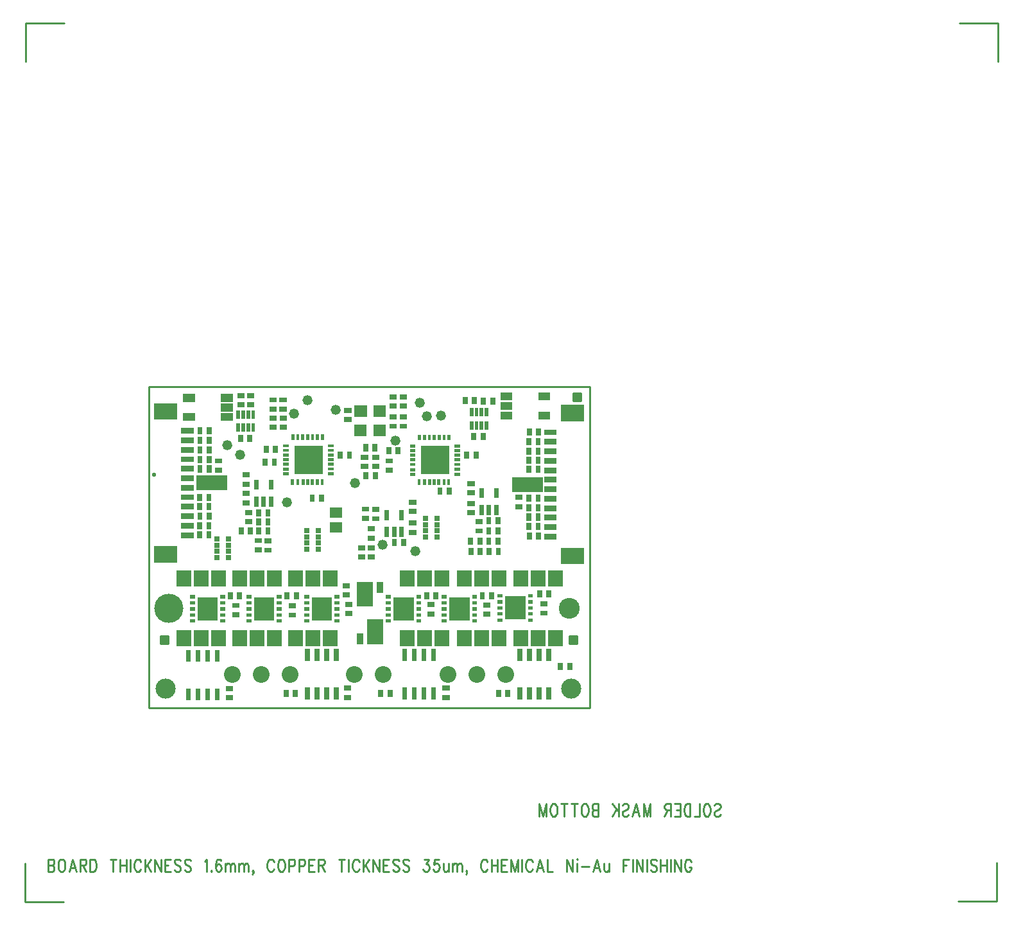
<source format=gbr>
*
*
G04 PADS Layout (Build Number 2007.21.1) generated Gerber (RS-274-X) file*
G04 PC Version=2.1*
*
%IN "2FOC-002.pcb"*%
*
%MOIN*%
*
%FSLAX35Y35*%
*
*
*
*
G04 PC Standard Apertures*
*
*
G04 Thermal Relief Aperture macro.*
%AMTER*
1,1,$1,0,0*
1,0,$1-$2,0,0*
21,0,$3,$4,0,0,45*
21,0,$3,$4,0,0,135*
%
*
*
G04 Annular Aperture macro.*
%AMANN*
1,1,$1,0,0*
1,0,$2,0,0*
%
*
*
G04 Odd Aperture macro.*
%AMODD*
1,1,$1,0,0*
1,0,$1-0.005,0,0*
%
*
*
G04 PC Custom Aperture Macros*
*
*
*
*
*
*
G04 PC Aperture Table*
*
%ADD010C,0.01*%
%ADD050R,0.026X0.026*%
%ADD060R,0.054X0.054*%
%ADD061R,0.077X0.077*%
%ADD062C,0.087*%
%ADD066R,0.027X0.027*%
%ADD069R,0.078X0.078*%
%ADD070C,0.001*%
%ADD104R,0.02956X0.02956*%
%ADD105R,0.08468X0.08468*%
%ADD108R,0.01775X0.01775*%
%ADD109R,0.10436X0.10436*%
%ADD111R,0.08192X0.08192*%
%ADD112R,0.03192X0.03192*%
%ADD114C,0.02169*%
%ADD115R,0.02562X0.02562*%
%ADD116R,0.01578X0.01578*%
%ADD117R,0.14767X0.14767*%
%ADD118R,0.06106X0.06106*%
%ADD119R,0.019X0.019*%
%ADD120R,0.023X0.023*%
%ADD121C,0.052*%
%ADD127C,0.10436*%
%ADD128C,0.15161*%
%ADD129C,0.1083*%
%ADD130R,0.04137X0.04137*%
%ADD131C,0.042*%
*
*
*
*
G04 PC Circuitry*
G04 Layer Name 2FOC-002.pcb - circuitry*
%LPD*%
*
*
G04 PC Custom Flashes*
G04 Layer Name 2FOC-002.pcb - flashes*
%LPD*%
*
*
G04 PC Circuitry*
G04 Layer Name 2FOC-002.pcb - circuitry*
%LPD*%
*
G54D10*
G01X2105283Y1421924D02*
X2105737Y1422549D01*
X2106419Y1422862*
X2107328*
X2108010Y1422549*
X2108465Y1421924*
Y1421299*
X2108237Y1420674*
X2108010Y1420362*
X2107555Y1420049*
X2106192Y1419424*
X2105737Y1419112*
X2105510Y1418799*
X2105283Y1418174*
Y1417237*
X2105737Y1416612*
X2106419Y1416299*
X2107328*
X2108010Y1416612*
X2108465Y1417237*
X2101874Y1422862D02*
X2102328Y1422549D01*
X2102783Y1421924*
X2103010Y1421299*
X2103237Y1420362*
Y1418799*
X2103010Y1417862*
X2102783Y1417237*
X2102328Y1416612*
X2101874Y1416299*
X2100965*
X2100510Y1416612*
X2100055Y1417237*
X2099828Y1417862*
X2099601Y1418799*
Y1420362*
X2099828Y1421299*
X2100055Y1421924*
X2100510Y1422549*
X2100965Y1422862*
X2101874*
X2097555D02*
Y1416299D01*
X2094828*
X2092783Y1422862D02*
Y1416299D01*
Y1422862D02*
X2091192D01*
X2090510Y1422549*
X2090055Y1421924*
X2089828Y1421299*
X2089601Y1420362*
Y1418799*
X2089828Y1417862*
X2090055Y1417237*
X2090510Y1416612*
X2091192Y1416299*
X2092783*
X2087555Y1422862D02*
Y1416299D01*
Y1422862D02*
X2084601D01*
X2087555Y1419737D02*
X2085737D01*
X2087555Y1416299D02*
X2084601D01*
X2082555Y1422862D02*
Y1416299D01*
Y1422862D02*
X2080510D01*
X2079828Y1422549*
X2079601Y1422237*
X2079374Y1421612*
Y1420987*
X2079601Y1420362*
X2079828Y1420049*
X2080510Y1419737*
X2082555*
X2080965D02*
X2079374Y1416299D01*
X2072101Y1422862D02*
Y1416299D01*
Y1422862D02*
X2070283Y1416299D01*
X2068465Y1422862D02*
X2070283Y1416299D01*
X2068465Y1422862D02*
Y1416299D01*
X2064601Y1422862D02*
X2066419Y1416299D01*
X2064601Y1422862D02*
X2062783Y1416299D01*
X2065737Y1418487D02*
X2063465D01*
X2057555Y1421924D02*
X2058010Y1422549D01*
X2058692Y1422862*
X2059601*
X2060283Y1422549*
X2060737Y1421924*
Y1421299*
X2060510Y1420674*
X2060283Y1420362*
X2059828Y1420049*
X2058465Y1419424*
X2058010Y1419112*
X2057783Y1418799*
X2057555Y1418174*
Y1417237*
X2058010Y1416612*
X2058692Y1416299*
X2059601*
X2060283Y1416612*
X2060737Y1417237*
X2055510Y1422862D02*
Y1416299D01*
X2052328Y1422862D02*
X2055510Y1418487D01*
X2054374Y1420049D02*
X2052328Y1416299D01*
X2045055Y1422862D02*
Y1416299D01*
Y1422862D02*
X2043010D01*
X2042328Y1422549*
X2042101Y1422237*
X2041874Y1421612*
Y1420987*
X2042101Y1420362*
X2042328Y1420049*
X2043010Y1419737*
X2045055D02*
X2043010D01*
X2042328Y1419424*
X2042101Y1419112*
X2041874Y1418487*
Y1417549*
X2042101Y1416924*
X2042328Y1416612*
X2043010Y1416299*
X2045055*
X2038465Y1422862D02*
X2038919Y1422549D01*
X2039374Y1421924*
X2039601Y1421299*
X2039828Y1420362*
Y1418799*
X2039601Y1417862*
X2039374Y1417237*
X2038919Y1416612*
X2038465Y1416299*
X2037555*
X2037101Y1416612*
X2036646Y1417237*
X2036419Y1417862*
X2036192Y1418799*
Y1420362*
X2036419Y1421299*
X2036646Y1421924*
X2037101Y1422549*
X2037555Y1422862*
X2038465*
X2032555D02*
Y1416299D01*
X2034146Y1422862D02*
X2030965D01*
X2027328D02*
Y1416299D01*
X2028919Y1422862D02*
X2025737D01*
X2022328D02*
X2022783Y1422549D01*
X2023237Y1421924*
X2023465Y1421299*
X2023692Y1420362*
Y1418799*
X2023465Y1417862*
X2023237Y1417237*
X2022783Y1416612*
X2022328Y1416299*
X2021419*
X2020965Y1416612*
X2020510Y1417237*
X2020283Y1417862*
X2020055Y1418799*
Y1420362*
X2020283Y1421299*
X2020510Y1421924*
X2020965Y1422549*
X2021419Y1422862*
X2022328*
X2018010D02*
Y1416299D01*
Y1422862D02*
X2016192Y1416299D01*
X2014374Y1422862D02*
X2016192Y1416299D01*
X2014374Y1422862D02*
Y1416299D01*
X1759252Y1394122D02*
Y1387559D01*
Y1394122D02*
X1761297D01*
X1761979Y1393809*
X1762207Y1393497*
X1762434Y1392872*
Y1392247*
X1762207Y1391622*
X1761979Y1391309*
X1761297Y1390997*
X1759252D02*
X1761297D01*
X1761979Y1390684*
X1762207Y1390372*
X1762434Y1389747*
Y1388809*
X1762207Y1388184*
X1761979Y1387872*
X1761297Y1387559*
X1759252*
X1765843Y1394122D02*
X1765388Y1393809D01*
X1764934Y1393184*
X1764707Y1392559*
X1764479Y1391622*
Y1390059*
X1764707Y1389122*
X1764934Y1388497*
X1765388Y1387872*
X1765843Y1387559*
X1766752*
X1767207Y1387872*
X1767661Y1388497*
X1767888Y1389122*
X1768116Y1390059*
Y1391622*
X1767888Y1392559*
X1767661Y1393184*
X1767207Y1393809*
X1766752Y1394122*
X1765843*
X1771979D02*
X1770161Y1387559D01*
X1771979Y1394122D02*
X1773797Y1387559D01*
X1770843Y1389747D02*
X1773116D01*
X1775843Y1394122D02*
Y1387559D01*
Y1394122D02*
X1777888D01*
X1778570Y1393809*
X1778797Y1393497*
X1779025Y1392872*
Y1392247*
X1778797Y1391622*
X1778570Y1391309*
X1777888Y1390997*
X1775843*
X1777434D02*
X1779025Y1387559D01*
X1781070Y1394122D02*
Y1387559D01*
Y1394122D02*
X1782661D01*
X1783343Y1393809*
X1783797Y1393184*
X1784025Y1392559*
X1784252Y1391622*
Y1390059*
X1784025Y1389122*
X1783797Y1388497*
X1783343Y1387872*
X1782661Y1387559*
X1781070*
X1793116Y1394122D02*
Y1387559D01*
X1791525Y1394122D02*
X1794707D01*
X1796752D02*
Y1387559D01*
X1799934Y1394122D02*
Y1387559D01*
X1796752Y1390997D02*
X1799934D01*
X1801979Y1394122D02*
Y1387559D01*
X1807434Y1392559D02*
X1807207Y1393184D01*
X1806752Y1393809*
X1806297Y1394122*
X1805388*
X1804934Y1393809*
X1804479Y1393184*
X1804252Y1392559*
X1804025Y1391622*
Y1390059*
X1804252Y1389122*
X1804479Y1388497*
X1804934Y1387872*
X1805388Y1387559*
X1806297*
X1806752Y1387872*
X1807207Y1388497*
X1807434Y1389122*
X1809479Y1394122D02*
Y1387559D01*
X1812661Y1394122D02*
X1809479Y1389747D01*
X1810616Y1391309D02*
X1812661Y1387559D01*
X1814707Y1394122D02*
Y1387559D01*
Y1394122D02*
X1817888Y1387559D01*
Y1394122D02*
Y1387559D01*
X1819934Y1394122D02*
Y1387559D01*
Y1394122D02*
X1822888D01*
X1819934Y1390997D02*
X1821752D01*
X1819934Y1387559D02*
X1822888D01*
X1828116Y1393184D02*
X1827661Y1393809D01*
X1826979Y1394122*
X1826070*
X1825388Y1393809*
X1824934Y1393184*
Y1392559*
X1825161Y1391934*
X1825388Y1391622*
X1825843Y1391309*
X1827207Y1390684*
X1827661Y1390372*
X1827888Y1390059*
X1828116Y1389434*
Y1388497*
X1827661Y1387872*
X1826979Y1387559*
X1826070*
X1825388Y1387872*
X1824934Y1388497*
X1833343Y1393184D02*
X1832888Y1393809D01*
X1832207Y1394122*
X1831297*
X1830616Y1393809*
X1830161Y1393184*
Y1392559*
X1830388Y1391934*
X1830616Y1391622*
X1831070Y1391309*
X1832434Y1390684*
X1832888Y1390372*
X1833116Y1390059*
X1833343Y1389434*
Y1388497*
X1832888Y1387872*
X1832207Y1387559*
X1831297*
X1830616Y1387872*
X1830161Y1388497*
X1840616Y1392872D02*
X1841070Y1393184D01*
X1841752Y1394122*
Y1387559*
X1844025Y1388184D02*
X1843797Y1387872D01*
X1844025Y1387559*
X1844252Y1387872*
X1844025Y1388184*
X1849025Y1393184D02*
X1848797Y1393809D01*
X1848116Y1394122*
X1847661*
X1846979Y1393809*
X1846525Y1392872*
X1846297Y1391309*
Y1389747*
X1846525Y1388497*
X1846979Y1387872*
X1847661Y1387559*
X1847888*
X1848570Y1387872*
X1849025Y1388497*
X1849252Y1389434*
Y1389747*
X1849025Y1390684*
X1848570Y1391309*
X1847888Y1391622*
X1847661*
X1846979Y1391309*
X1846525Y1390684*
X1846297Y1389747*
X1851297Y1391934D02*
Y1387559D01*
Y1390684D02*
X1851979Y1391622D01*
X1852434Y1391934*
X1853116*
X1853570Y1391622*
X1853797Y1390684*
Y1387559*
Y1390684D02*
X1854479Y1391622D01*
X1854934Y1391934*
X1855616*
X1856070Y1391622*
X1856297Y1390684*
Y1387559*
X1858343Y1391934D02*
Y1387559D01*
Y1390684D02*
X1859025Y1391622D01*
X1859479Y1391934*
X1860161*
X1860616Y1391622*
X1860843Y1390684*
Y1387559*
Y1390684D02*
X1861525Y1391622D01*
X1861979Y1391934*
X1862661*
X1863116Y1391622*
X1863343Y1390684*
Y1387559*
X1865843Y1387872D02*
X1865616Y1387559D01*
X1865388Y1387872*
X1865616Y1388184*
X1865843Y1387872*
Y1387247*
X1865616Y1386622*
X1865388Y1386309*
X1876525Y1392559D02*
X1876297Y1393184D01*
X1875843Y1393809*
X1875388Y1394122*
X1874479*
X1874025Y1393809*
X1873570Y1393184*
X1873343Y1392559*
X1873116Y1391622*
Y1390059*
X1873343Y1389122*
X1873570Y1388497*
X1874025Y1387872*
X1874479Y1387559*
X1875388*
X1875843Y1387872*
X1876297Y1388497*
X1876525Y1389122*
X1879934Y1394122D02*
X1879479Y1393809D01*
X1879025Y1393184*
X1878797Y1392559*
X1878570Y1391622*
Y1390059*
X1878797Y1389122*
X1879025Y1388497*
X1879479Y1387872*
X1879934Y1387559*
X1880843*
X1881297Y1387872*
X1881752Y1388497*
X1881979Y1389122*
X1882207Y1390059*
Y1391622*
X1881979Y1392559*
X1881752Y1393184*
X1881297Y1393809*
X1880843Y1394122*
X1879934*
X1884252D02*
Y1387559D01*
Y1394122D02*
X1886297D01*
X1886979Y1393809*
X1887207Y1393497*
X1887434Y1392872*
Y1391934*
X1887207Y1391309*
X1886979Y1390997*
X1886297Y1390684*
X1884252*
X1889479Y1394122D02*
Y1387559D01*
Y1394122D02*
X1891525D01*
X1892207Y1393809*
X1892434Y1393497*
X1892661Y1392872*
Y1391934*
X1892434Y1391309*
X1892207Y1390997*
X1891525Y1390684*
X1889479*
X1894707Y1394122D02*
Y1387559D01*
Y1394122D02*
X1897661D01*
X1894707Y1390997D02*
X1896525D01*
X1894707Y1387559D02*
X1897661D01*
X1899707Y1394122D02*
Y1387559D01*
Y1394122D02*
X1901752D01*
X1902434Y1393809*
X1902661Y1393497*
X1902888Y1392872*
Y1392247*
X1902661Y1391622*
X1902434Y1391309*
X1901752Y1390997*
X1899707*
X1901297D02*
X1902888Y1387559D01*
X1911752Y1394122D02*
Y1387559D01*
X1910161Y1394122D02*
X1913343D01*
X1915388D02*
Y1387559D01*
X1920843Y1392559D02*
X1920616Y1393184D01*
X1920161Y1393809*
X1919707Y1394122*
X1918797*
X1918343Y1393809*
X1917888Y1393184*
X1917661Y1392559*
X1917434Y1391622*
Y1390059*
X1917661Y1389122*
X1917888Y1388497*
X1918343Y1387872*
X1918797Y1387559*
X1919707*
X1920161Y1387872*
X1920616Y1388497*
X1920843Y1389122*
X1922888Y1394122D02*
Y1387559D01*
X1926070Y1394122D02*
X1922888Y1389747D01*
X1924025Y1391309D02*
X1926070Y1387559D01*
X1928116Y1394122D02*
Y1387559D01*
Y1394122D02*
X1931297Y1387559D01*
Y1394122D02*
Y1387559D01*
X1933343Y1394122D02*
Y1387559D01*
Y1394122D02*
X1936297D01*
X1933343Y1390997D02*
X1935161D01*
X1933343Y1387559D02*
X1936297D01*
X1941525Y1393184D02*
X1941070Y1393809D01*
X1940388Y1394122*
X1939479*
X1938797Y1393809*
X1938343Y1393184*
Y1392559*
X1938570Y1391934*
X1938797Y1391622*
X1939252Y1391309*
X1940616Y1390684*
X1941070Y1390372*
X1941297Y1390059*
X1941525Y1389434*
Y1388497*
X1941070Y1387872*
X1940388Y1387559*
X1939479*
X1938797Y1387872*
X1938343Y1388497*
X1946752Y1393184D02*
X1946297Y1393809D01*
X1945616Y1394122*
X1944707*
X1944025Y1393809*
X1943570Y1393184*
Y1392559*
X1943797Y1391934*
X1944025Y1391622*
X1944479Y1391309*
X1945843Y1390684*
X1946297Y1390372*
X1946525Y1390059*
X1946752Y1389434*
Y1388497*
X1946297Y1387872*
X1945616Y1387559*
X1944707*
X1944025Y1387872*
X1943570Y1388497*
X1954479Y1394122D02*
X1956979D01*
X1955616Y1391622*
X1956297*
X1956752Y1391309*
X1956979Y1390997*
X1957207Y1390059*
Y1389434*
X1956979Y1388497*
X1956525Y1387872*
X1955843Y1387559*
X1955161*
X1954479Y1387872*
X1954252Y1388184*
X1954025Y1388809*
X1962207Y1394122D02*
X1959934D01*
X1959707Y1391309*
X1959934Y1391622*
X1960616Y1391934*
X1961297*
X1961979Y1391622*
X1962434Y1390997*
X1962661Y1390059*
X1962434Y1389434*
X1962207Y1388497*
X1961752Y1387872*
X1961070Y1387559*
X1960388*
X1959707Y1387872*
X1959479Y1388184*
X1959252Y1388809*
X1964707Y1391934D02*
Y1388809D01*
X1964934Y1387872*
X1965388Y1387559*
X1966070*
X1966525Y1387872*
X1967207Y1388809*
Y1391934D02*
Y1387559D01*
X1969252Y1391934D02*
Y1387559D01*
Y1390684D02*
X1969934Y1391622D01*
X1970388Y1391934*
X1971070*
X1971525Y1391622*
X1971752Y1390684*
Y1387559*
Y1390684D02*
X1972434Y1391622D01*
X1972888Y1391934*
X1973570*
X1974025Y1391622*
X1974252Y1390684*
Y1387559*
X1976752Y1387872D02*
X1976525Y1387559D01*
X1976297Y1387872*
X1976525Y1388184*
X1976752Y1387872*
Y1387247*
X1976525Y1386622*
X1976297Y1386309*
X1987434Y1392559D02*
X1987207Y1393184D01*
X1986752Y1393809*
X1986297Y1394122*
X1985388*
X1984934Y1393809*
X1984479Y1393184*
X1984252Y1392559*
X1984025Y1391622*
Y1390059*
X1984252Y1389122*
X1984479Y1388497*
X1984934Y1387872*
X1985388Y1387559*
X1986297*
X1986752Y1387872*
X1987207Y1388497*
X1987434Y1389122*
X1989479Y1394122D02*
Y1387559D01*
X1992661Y1394122D02*
Y1387559D01*
X1989479Y1390997D02*
X1992661D01*
X1994707Y1394122D02*
Y1387559D01*
Y1394122D02*
X1997661D01*
X1994707Y1390997D02*
X1996525D01*
X1994707Y1387559D02*
X1997661D01*
X1999707Y1394122D02*
Y1387559D01*
Y1394122D02*
X2001525Y1387559D01*
X2003343Y1394122D02*
X2001525Y1387559D01*
X2003343Y1394122D02*
Y1387559D01*
X2005388Y1394122D02*
Y1387559D01*
X2010843Y1392559D02*
X2010616Y1393184D01*
X2010161Y1393809*
X2009707Y1394122*
X2008797*
X2008343Y1393809*
X2007888Y1393184*
X2007661Y1392559*
X2007434Y1391622*
Y1390059*
X2007661Y1389122*
X2007888Y1388497*
X2008343Y1387872*
X2008797Y1387559*
X2009707*
X2010161Y1387872*
X2010616Y1388497*
X2010843Y1389122*
X2014707Y1394122D02*
X2012888Y1387559D01*
X2014707Y1394122D02*
X2016525Y1387559D01*
X2013570Y1389747D02*
X2015843D01*
X2018570Y1394122D02*
Y1387559D01*
X2021297*
X2028570Y1394122D02*
Y1387559D01*
Y1394122D02*
X2031752Y1387559D01*
Y1394122D02*
Y1387559D01*
X2033797Y1394122D02*
X2034025Y1393809D01*
X2034252Y1394122*
X2034025Y1394434*
X2033797Y1394122*
X2034025Y1391934D02*
Y1387559D01*
X2036297Y1390372D02*
X2040388D01*
X2044252Y1394122D02*
X2042434Y1387559D01*
X2044252Y1394122D02*
X2046070Y1387559D01*
X2043116Y1389747D02*
X2045388D01*
X2048116Y1391934D02*
Y1388809D01*
X2048343Y1387872*
X2048797Y1387559*
X2049479*
X2049934Y1387872*
X2050616Y1388809*
Y1391934D02*
Y1387559D01*
X2057888Y1394122D02*
Y1387559D01*
Y1394122D02*
X2060843D01*
X2057888Y1390997D02*
X2059707D01*
X2062888Y1394122D02*
Y1387559D01*
X2064934Y1394122D02*
Y1387559D01*
Y1394122D02*
X2068116Y1387559D01*
Y1394122D02*
Y1387559D01*
X2070161Y1394122D02*
Y1387559D01*
X2075388Y1393184D02*
X2074934Y1393809D01*
X2074252Y1394122*
X2073343*
X2072661Y1393809*
X2072207Y1393184*
Y1392559*
X2072434Y1391934*
X2072661Y1391622*
X2073116Y1391309*
X2074479Y1390684*
X2074934Y1390372*
X2075161Y1390059*
X2075388Y1389434*
Y1388497*
X2074934Y1387872*
X2074252Y1387559*
X2073343*
X2072661Y1387872*
X2072207Y1388497*
X2077434Y1394122D02*
Y1387559D01*
X2080616Y1394122D02*
Y1387559D01*
X2077434Y1390997D02*
X2080616D01*
X2082661Y1394122D02*
Y1387559D01*
X2084707Y1394122D02*
Y1387559D01*
Y1394122D02*
X2087888Y1387559D01*
Y1394122D02*
Y1387559D01*
X2093343Y1392559D02*
X2093116Y1393184D01*
X2092661Y1393809*
X2092207Y1394122*
X2091297*
X2090843Y1393809*
X2090388Y1393184*
X2090161Y1392559*
X2089934Y1391622*
Y1390059*
X2090161Y1389122*
X2090388Y1388497*
X2090843Y1387872*
X2091297Y1387559*
X2092207*
X2092661Y1387872*
X2093116Y1388497*
X2093343Y1389122*
Y1390059*
X2092207D02*
X2093343D01*
X2032079Y1636032D02*
X2036079Y1636008D01*
Y1632035*
X2032079*
Y1636032*
X2030110Y1510048D02*
X2034110Y1510024D01*
Y1506051*
X2030110*
Y1510048*
X1817512D02*
X1821512Y1510024D01*
Y1506051*
X1817512*
Y1510048*
X2032079Y1635634D02*
X2036079D01*
X2032079Y1634734D02*
X2036079D01*
X2032079Y1633834D02*
X2036079D01*
X2032079Y1632934D02*
X2036079D01*
X2030110Y1509650D02*
X2034110D01*
X2030110Y1508750D02*
X2034110D01*
X2030110Y1507850D02*
X2034110D01*
X2030110Y1506950D02*
X2034110D01*
X1817512Y1509650D02*
X1821512D01*
X1817512Y1508750D02*
X1821512D01*
X1817512Y1507850D02*
X1821512D01*
X1817512Y1506950D02*
X1821512D01*
X1811638Y1472618D02*
X2040748D01*
Y1639331*
X1811638*
Y1472618*
X1767520Y1828110D02*
X1747520D01*
Y1808110*
X1747441Y1391890D02*
Y1371890D01*
X1767441*
X2232087Y1372205D02*
X2252087D01*
Y1392205*
X2252559Y1808031D02*
Y1828031D01*
X2232559*
G54D50*
X1865117Y1629844D02*
X1864017D01*
X1865117Y1634644D02*
X1864017D01*
X1859999Y1629844D02*
X1858899D01*
X1859999Y1634644D02*
X1858899D01*
X1985395Y1631300D02*
Y1632400D01*
X1990195Y1631300D02*
Y1632400D01*
X1980746Y1632597D02*
Y1631497D01*
X1975946Y1632597D02*
Y1631497D01*
X1928978Y1602754D02*
X1930078D01*
X1928978Y1597954D02*
X1930078D01*
X1923072Y1602754D02*
X1924172D01*
X1923072Y1597954D02*
X1924172D01*
X1842754Y1582400D02*
Y1581300D01*
X1837954Y1582400D02*
Y1581300D01*
X1838151Y1615946D02*
Y1617046D01*
X1842951Y1615946D02*
Y1617046D01*
X2014014Y1562322D02*
Y1561222D01*
X2009214Y1562322D02*
Y1561222D01*
X1837954Y1561812D02*
Y1562912D01*
X1842754Y1561812D02*
Y1562912D01*
X2014014Y1616259D02*
Y1615159D01*
X2009214Y1616259D02*
Y1615159D01*
X1848385Y1595986D02*
X1847285D01*
X1848385Y1600786D02*
X1847285D01*
X2003190Y1581888D02*
X2004290D01*
X2003190Y1577088D02*
X2004290D01*
X1842754Y1577676D02*
Y1576576D01*
X1837954Y1577676D02*
Y1576576D01*
X1842951Y1572755D02*
Y1571655D01*
X1838151Y1572755D02*
Y1571655D01*
X1873975Y1554450D02*
X1872875D01*
X1873975Y1559250D02*
X1872875D01*
X1873463Y1569605D02*
Y1568505D01*
X1868663Y1569605D02*
Y1568505D01*
X1873463Y1574330D02*
Y1573230D01*
X1868663Y1574330D02*
Y1573230D01*
X1859608Y1563781D02*
Y1564881D01*
X1864408Y1563781D02*
Y1564881D01*
X1869054Y1554647D02*
X1867954D01*
X1869054Y1559447D02*
X1867954D01*
X1863936Y1569214D02*
X1862836D01*
X1863936Y1574014D02*
X1862836D01*
X1862558Y1588702D02*
X1861458D01*
X1862558Y1593502D02*
X1861458D01*
X1882046Y1618230D02*
X1880946D01*
X1882046Y1623030D02*
X1880946D01*
X1881849Y1627679D02*
X1880749D01*
X1881849Y1632479D02*
X1880749D01*
X1876731Y1618230D02*
X1875631D01*
X1876731Y1623030D02*
X1875631D01*
X1876731Y1627679D02*
X1875631D01*
X1876731Y1632479D02*
X1875631D01*
X1938936Y1618820D02*
X1937836D01*
X1938936Y1623620D02*
X1937836D01*
X1939133Y1629254D02*
X1938033D01*
X1939133Y1634054D02*
X1938033D01*
X1944448Y1618820D02*
X1943348D01*
X1944448Y1623620D02*
X1943348D01*
X1944448Y1629254D02*
X1943348D01*
X1944448Y1634054D02*
X1943348D01*
X1988348Y1553348D02*
Y1554448D01*
X1993148Y1553348D02*
Y1554448D01*
X1992951Y1564881D02*
Y1563781D01*
X1988151Y1564881D02*
Y1563781D01*
X1992951Y1570393D02*
Y1569293D01*
X1988151Y1570393D02*
Y1569293D01*
X1978702Y1558466D02*
Y1559566D01*
X1983502Y1558466D02*
Y1559566D01*
X1978899Y1553348D02*
Y1554448D01*
X1983699Y1553348D02*
Y1554448D01*
X1983818Y1564490D02*
X1982718D01*
X1983818Y1569290D02*
X1982718D01*
X1979487Y1584175D02*
X1978387D01*
X1979487Y1588975D02*
X1978387D01*
X1948072Y1568502D02*
X1949172D01*
X1948072Y1563702D02*
X1949172D01*
X1948072Y1579329D02*
X1949172D01*
X1948072Y1574529D02*
X1949172D01*
X1927519Y1560750D02*
X1926419D01*
X1927519Y1565550D02*
X1926419D01*
X1924566Y1570986D02*
X1923466D01*
X1924566Y1575786D02*
X1923466D01*
X1927715Y1550907D02*
X1926615D01*
X1927715Y1555707D02*
X1926615D01*
X1922597Y1550907D02*
X1921497D01*
X1922597Y1555707D02*
X1921497D01*
X1842951Y1597164D02*
Y1596064D01*
X1838151Y1597164D02*
Y1596064D01*
X1842951Y1602085D02*
Y1600985D01*
X1838151Y1602085D02*
Y1600985D01*
X1842951Y1607007D02*
Y1605907D01*
X1838151Y1607007D02*
Y1605907D01*
X1842951Y1611928D02*
Y1610828D01*
X1838151Y1611928D02*
Y1610828D01*
X2009017Y1610237D02*
Y1611337D01*
X2013817Y1610237D02*
Y1611337D01*
X2009017Y1595867D02*
Y1596967D01*
X2013817Y1595867D02*
Y1596967D01*
X2009017Y1600592D02*
Y1601692D01*
X2013817Y1600592D02*
Y1601692D01*
X2009017Y1580907D02*
Y1582007D01*
X2013817Y1580907D02*
Y1582007D01*
X2009017Y1575985D02*
Y1577085D01*
X2013817Y1575985D02*
Y1577085D01*
X2009017Y1571064D02*
Y1572164D01*
X2013817Y1571064D02*
Y1572164D01*
X2009017Y1566143D02*
Y1567243D01*
X2013817Y1566143D02*
Y1567243D01*
X2009017Y1605316D02*
Y1606416D01*
X2013817Y1605316D02*
Y1606416D01*
X1842754Y1567637D02*
Y1566537D01*
X1837954Y1567637D02*
Y1566537D01*
X1872600Y1606300D02*
Y1607400D01*
X1877400Y1606300D02*
Y1607400D01*
X1936183Y1605513D02*
Y1606613D01*
X1940983Y1605513D02*
Y1606613D01*
X1858711Y1531345D02*
Y1530245D01*
X1853911Y1531345D02*
Y1530245D01*
X1989605Y1531416D02*
Y1530316D01*
X1984805Y1531416D02*
Y1530316D01*
X2019329Y1532204D02*
Y1531104D01*
X2014529Y1532204D02*
Y1531104D01*
X1988151Y1558466D02*
Y1559566D01*
X1992951Y1558466D02*
Y1559566D01*
X1888211Y1531345D02*
Y1530245D01*
X1883411Y1531345D02*
Y1530245D01*
X1882836Y1479529D02*
Y1480629D01*
X1887636Y1479529D02*
Y1480629D01*
X1928978Y1575589D02*
X1930078D01*
X1928978Y1570789D02*
X1930078D01*
X1932049Y1479529D02*
Y1480629D01*
X1936849Y1479529D02*
Y1480629D01*
X2025356Y1493702D02*
Y1494802D01*
X2030156Y1493702D02*
Y1494802D01*
X1966495Y1478072D02*
X1965395D01*
X1966495Y1482872D02*
X1965395D01*
X1853896Y1477876D02*
X1852796D01*
X1853896Y1482676D02*
X1852796D01*
X1915314Y1478072D02*
X1914214D01*
X1915314Y1482872D02*
X1914214D01*
X1913623Y1536022D02*
X1914723D01*
X1913623Y1531222D02*
X1914723D01*
X1915511Y1622167D02*
X1914411D01*
X1915511Y1626967D02*
X1914411D01*
X1864085Y1613026D02*
Y1611926D01*
X1859285Y1613026D02*
Y1611926D01*
X1985211Y1614101D02*
Y1613001D01*
X1980411Y1614101D02*
Y1613001D01*
X1915786Y1604448D02*
Y1603348D01*
X1910986Y1604448D02*
Y1603348D01*
X1872009Y1599607D02*
Y1600707D01*
X1876809Y1599607D02*
Y1600707D01*
X1928975Y1608188D02*
Y1607088D01*
X1924175Y1608188D02*
Y1607088D01*
X1929172Y1593621D02*
Y1592521D01*
X1924372Y1593621D02*
Y1592521D01*
X1901219Y1582007D02*
Y1580907D01*
X1896419Y1582007D02*
Y1580907D01*
X1967557Y1585747D02*
Y1584647D01*
X1962757Y1585747D02*
Y1584647D01*
X1981534Y1604251D02*
Y1603151D01*
X1976734Y1604251D02*
Y1603151D01*
X1936967Y1595986D02*
X1935867D01*
X1936967Y1600786D02*
X1935867D01*
X1943935Y1558975D02*
Y1557875D01*
X1939135Y1558975D02*
Y1557875D01*
X1993269Y1479529D02*
Y1480629D01*
X1998069Y1479529D02*
Y1480629D01*
X1979487Y1573939D02*
X1978387D01*
X1979487Y1578739D02*
X1978387D01*
X1862755Y1579057D02*
X1861655D01*
X1862755Y1583857D02*
X1861655D01*
X1868663Y1563781D02*
Y1564881D01*
X1873463Y1563781D02*
Y1564881D01*
X1960711Y1531345D02*
Y1530245D01*
X1955911Y1531345D02*
Y1530245D01*
X1856143Y1525786D02*
X1857243D01*
X1856143Y1520986D02*
X1857243D01*
X1885474Y1525589D02*
X1886574D01*
X1885474Y1520789D02*
X1886574D01*
X1915001Y1526376D02*
X1916101D01*
X1915001Y1521576D02*
X1916101D01*
X1957521Y1526180D02*
X1958621D01*
X1957521Y1521380D02*
X1958621D01*
X1986458Y1525983D02*
X1987558D01*
X1986458Y1521183D02*
X1987558D01*
X2016182Y1526573D02*
X2017282D01*
X2016182Y1521773D02*
X2017282D01*
G54D60*
X1909258Y1566239D02*
X1908458D01*
X1909258Y1573839D02*
X1908458D01*
G54D61*
X1829811Y1508345D02*
Y1509245D01*
X1838811Y1508345D02*
Y1509245D01*
X1847811Y1508345D02*
Y1509245D01*
X1858811Y1508345D02*
Y1509245D01*
X1867811Y1508345D02*
Y1509245D01*
X1876811Y1508345D02*
Y1509245D01*
X1887811Y1508345D02*
Y1509245D01*
X1896811Y1508345D02*
Y1509245D01*
X1905811Y1508345D02*
Y1509245D01*
X1847811Y1540245D02*
Y1539345D01*
X1838811Y1540245D02*
Y1539345D01*
X1829811Y1540245D02*
Y1539345D01*
X1876811Y1540245D02*
Y1539345D01*
X1867811Y1540245D02*
Y1539345D01*
X1858811Y1540245D02*
Y1539345D01*
X1905811Y1540245D02*
Y1539345D01*
X1896811Y1540245D02*
Y1539345D01*
X1887811Y1540245D02*
Y1539345D01*
X1945811Y1508345D02*
Y1509245D01*
X1954811Y1508345D02*
Y1509245D01*
X1963811Y1508345D02*
Y1509245D01*
X1975311Y1508345D02*
Y1509245D01*
X1984311Y1508345D02*
Y1509245D01*
X1993311Y1508345D02*
Y1509245D01*
X2004811Y1508345D02*
Y1509245D01*
X2013811Y1508345D02*
Y1509245D01*
X2022811Y1508345D02*
Y1509245D01*
X1963811Y1540245D02*
Y1539345D01*
X1954811Y1540245D02*
Y1539345D01*
X1945811Y1540245D02*
Y1539345D01*
X1993311Y1540245D02*
Y1539345D01*
X1984311Y1540245D02*
Y1539345D01*
X1975311Y1540245D02*
Y1539345D01*
X2022811Y1540245D02*
Y1539345D01*
X2013811Y1540245D02*
Y1539345D01*
X2004811Y1540245D02*
Y1539345D01*
G54D62*
X1918311Y1489795D03*
X1933311D03*
X1854811D03*
X1869811D03*
X1884811D03*
X1966811D03*
X1981811D03*
X1996811D03*
G54D66*
X1852953Y1560221D03*
Y1557071D03*
Y1553921D03*
Y1550771D03*
X1846953D03*
Y1553921D03*
Y1557071D03*
Y1560221D03*
X1899654Y1564528D03*
Y1561378D03*
Y1558228D03*
Y1555078D03*
X1893654D03*
Y1558228D03*
Y1561378D03*
Y1564528D03*
X1955268Y1561377D03*
Y1564527D03*
Y1567677D03*
Y1570827D03*
X1961268D03*
Y1567677D03*
Y1564527D03*
Y1561377D03*
G54D69*
X1840091Y1589528D02*
X1848491D01*
X2012468Y1588543D02*
X2004068D01*
G54D70*
G54D104*
X1829921Y1562264D02*
X1833465D01*
X1829921Y1567185D02*
X1833465D01*
X1829921Y1572106D02*
X1833465D01*
X1829921Y1577028D02*
X1833465D01*
X1829921Y1581949D02*
X1833465D01*
X1829921Y1586870D02*
X1833465D01*
X1829921Y1591791D02*
X1833465D01*
X1829921Y1596713D02*
X1833465D01*
X1829921Y1601634D02*
X1833465D01*
X1829921Y1606555D02*
X1833465D01*
X1829921Y1611476D02*
X1833465D01*
X1829921Y1616398D02*
X1833465D01*
X2021850Y1615610D02*
X2018307D01*
X2021850Y1610689D02*
X2018307D01*
X2021850Y1605768D02*
X2018307D01*
X2021850Y1600846D02*
X2018307D01*
X2021850Y1595925D02*
X2018307D01*
X2021850Y1591004D02*
X2018307D01*
X2021850Y1586083D02*
X2018307D01*
X2021850Y1581161D02*
X2018307D01*
X2021850Y1576240D02*
X2018307D01*
X2021850Y1571319D02*
X2018307D01*
X2021850Y1566398D02*
X2018307D01*
X2021850Y1561476D02*
X2018307D01*
G54D105*
X1818504Y1626437D02*
X1822047D01*
X1818504Y1552224D02*
X1822047D01*
X2033268Y1551437D02*
X2029724D01*
X2033268Y1625650D02*
X2029724D01*
G54D108*
X1850417Y1530295D02*
X1849630D01*
X1850417Y1527146D02*
X1849630D01*
X1850417Y1523996D02*
X1849630D01*
X1850417Y1520846D02*
X1849630D01*
X1850417Y1517697D02*
X1849630D01*
X1834669D02*
X1833882D01*
X1834669Y1520846D02*
X1833882D01*
X1834669Y1523996D02*
X1833882D01*
X1834669Y1527146D02*
X1833882D01*
X1834669Y1530295D02*
X1833882D01*
X1879705D02*
X1878917D01*
X1879705Y1527146D02*
X1878917D01*
X1879705Y1523996D02*
X1878917D01*
X1879705Y1520846D02*
X1878917D01*
X1879705Y1517697D02*
X1878917D01*
X1863957D02*
X1863169D01*
X1863957Y1520846D02*
X1863169D01*
X1863957Y1523996D02*
X1863169D01*
X1863957Y1527146D02*
X1863169D01*
X1863957Y1530295D02*
X1863169D01*
X1909705D02*
X1908917D01*
X1909705Y1527146D02*
X1908917D01*
X1909705Y1523996D02*
X1908917D01*
X1909705Y1520846D02*
X1908917D01*
X1909705Y1517697D02*
X1908917D01*
X1893957D02*
X1893169D01*
X1893957Y1520846D02*
X1893169D01*
X1893957Y1523996D02*
X1893169D01*
X1893957Y1527146D02*
X1893169D01*
X1893957Y1530295D02*
X1893169D01*
X1952205D02*
X1951417D01*
X1952205Y1527146D02*
X1951417D01*
X1952205Y1523996D02*
X1951417D01*
X1952205Y1520846D02*
X1951417D01*
X1952205Y1517697D02*
X1951417D01*
X1936457D02*
X1935669D01*
X1936457Y1520846D02*
X1935669D01*
X1936457Y1523996D02*
X1935669D01*
X1936457Y1527146D02*
X1935669D01*
X1936457Y1530295D02*
X1935669D01*
X1981205D02*
X1980417D01*
X1981205Y1527146D02*
X1980417D01*
X1981205Y1523996D02*
X1980417D01*
X1981205Y1520846D02*
X1980417D01*
X1981205Y1517697D02*
X1980417D01*
X1965457D02*
X1964669D01*
X1965457Y1520846D02*
X1964669D01*
X1965457Y1523996D02*
X1964669D01*
X1965457Y1527146D02*
X1964669D01*
X1965457Y1530295D02*
X1964669D01*
X2010205Y1530795D02*
X2009417D01*
X2010205Y1527646D02*
X2009417D01*
X2010205Y1524496D02*
X2009417D01*
X2010205Y1521346D02*
X2009417D01*
X2010205Y1518197D02*
X2009417D01*
X1994457D02*
X1993669D01*
X1994457Y1521346D02*
X1993669D01*
X1994457Y1524496D02*
X1993669D01*
X1994457Y1527646D02*
X1993669D01*
X1994457Y1530795D02*
X1993669D01*
G54D109*
X1842150Y1524783D02*
Y1523209D01*
X1871437Y1524783D02*
Y1523209D01*
X1901437Y1524783D02*
Y1523209D01*
X1943937Y1524783D02*
Y1523209D01*
X1972937Y1524783D02*
Y1523209D01*
X2001937Y1525283D02*
Y1523709D01*
G54D111*
X1929047Y1509846D02*
Y1514374D01*
X1923843Y1529244D02*
Y1533772D01*
G54D112*
X1921350Y1507327D02*
Y1509846D01*
X1931543Y1533768D02*
Y1536287D01*
G54D114*
X1814197Y1593681D03*
G54D115*
X1893878Y1501890D02*
Y1498346D01*
X1898878Y1501890D02*
Y1498346D01*
X1903878Y1501890D02*
Y1498346D01*
X1908878Y1501890D02*
Y1498346D01*
Y1481890D02*
Y1478346D01*
X1903878Y1481890D02*
Y1478346D01*
X1898878Y1481890D02*
Y1478346D01*
X1893878Y1481890D02*
Y1478346D01*
X2004311Y1501890D02*
Y1498346D01*
X2009311Y1501890D02*
Y1498346D01*
X2014311Y1501890D02*
Y1498346D01*
X2019311Y1501890D02*
Y1498346D01*
Y1481890D02*
Y1478346D01*
X2014311Y1481890D02*
Y1478346D01*
X2009311Y1481890D02*
Y1478346D01*
X2004311Y1481890D02*
Y1478346D01*
X1832067Y1501299D02*
Y1497756D01*
X1837067Y1501299D02*
Y1497756D01*
X1842067Y1501299D02*
Y1497756D01*
X1847067Y1501299D02*
Y1497756D01*
Y1481299D02*
Y1477756D01*
X1842067Y1481299D02*
Y1477756D01*
X1837067Y1481299D02*
Y1477756D01*
X1832067Y1481299D02*
Y1477756D01*
X1944469Y1501890D02*
Y1498346D01*
X1949469Y1501890D02*
Y1498346D01*
X1954469Y1501890D02*
Y1498346D01*
X1959469Y1501890D02*
Y1498346D01*
Y1481890D02*
Y1478346D01*
X1954469Y1481890D02*
Y1478346D01*
X1949469Y1481890D02*
Y1478346D01*
X1944469Y1481890D02*
Y1478346D01*
G54D116*
X1886417Y1613839D02*
Y1612461D01*
X1888976Y1613839D02*
Y1612461D01*
X1891535Y1613839D02*
Y1612461D01*
X1894094Y1613839D02*
Y1612461D01*
X1896654Y1613839D02*
Y1612461D01*
X1899213Y1613839D02*
Y1612461D01*
X1901772Y1613839D02*
Y1612461D01*
X1906791Y1608622D02*
X1905413D01*
X1906791Y1606260D02*
X1905413D01*
X1906791Y1603898D02*
X1905413D01*
X1906791Y1601535D02*
X1905413D01*
X1906791Y1599173D02*
X1905413D01*
X1906791Y1596614D02*
X1905413D01*
X1906791Y1594055D02*
X1905413D01*
X1901575Y1590610D02*
Y1589232D01*
X1899213Y1590610D02*
Y1589232D01*
X1896457Y1590610D02*
Y1589232D01*
X1894094Y1590610D02*
Y1589232D01*
X1891732Y1590610D02*
Y1589232D01*
X1888976Y1590610D02*
Y1589232D01*
X1886220Y1590610D02*
Y1589232D01*
X1883563Y1594055D02*
X1882185D01*
X1883563Y1596417D02*
X1882185D01*
X1883563Y1599173D02*
X1882185D01*
X1883563Y1601535D02*
X1882185D01*
X1883563Y1603898D02*
X1882185D01*
X1883563Y1606260D02*
X1882185D01*
X1883563Y1608622D02*
X1882185D01*
X1952165Y1613642D02*
Y1612264D01*
X1954724Y1613642D02*
Y1612264D01*
X1957283Y1613642D02*
Y1612264D01*
X1959843Y1613642D02*
Y1612264D01*
X1962402Y1613642D02*
Y1612264D01*
X1964961Y1613642D02*
Y1612264D01*
X1967520Y1613642D02*
Y1612264D01*
X1972539Y1608425D02*
X1971161D01*
X1972539Y1606063D02*
X1971161D01*
X1972539Y1603701D02*
X1971161D01*
X1972539Y1601339D02*
X1971161D01*
X1972539Y1598976D02*
X1971161D01*
X1972539Y1596417D02*
X1971161D01*
X1972539Y1593858D02*
X1971161D01*
X1967323Y1590413D02*
Y1589035D01*
X1964961Y1590413D02*
Y1589035D01*
X1962205Y1590413D02*
Y1589035D01*
X1959843Y1590413D02*
Y1589035D01*
X1957480Y1590413D02*
Y1589035D01*
X1954724Y1590413D02*
Y1589035D01*
X1951969Y1590413D02*
Y1589035D01*
X1949311Y1593858D02*
X1947933D01*
X1949311Y1596220D02*
X1947933D01*
X1949311Y1598976D02*
X1947933D01*
X1949311Y1601339D02*
X1947933D01*
X1949311Y1603701D02*
X1947933D01*
X1949311Y1606063D02*
X1947933D01*
X1949311Y1608425D02*
X1947933D01*
G54D117*
X1894488Y1601339D03*
X1960236Y1601142D03*
G54D118*
X1931693Y1626535D02*
X1931299D01*
X1931693Y1616535D02*
X1931299D01*
X1921693D02*
X1921299D01*
X1921850Y1626535D02*
X1921457D01*
G54D119*
X1865744Y1616795D02*
Y1619229D01*
X1863185Y1616795D02*
Y1619229D01*
X1860626Y1616795D02*
Y1619229D01*
X1858067Y1616795D02*
Y1619229D01*
Y1623724D02*
Y1626158D01*
X1860626Y1623724D02*
Y1626158D01*
X1863185Y1623724D02*
Y1626158D01*
X1865744Y1623724D02*
Y1626158D01*
X1986870Y1617870D02*
Y1620304D01*
X1984311Y1617870D02*
Y1620304D01*
X1981752Y1617870D02*
Y1620304D01*
X1979193Y1617870D02*
Y1620304D01*
Y1624799D02*
Y1627233D01*
X1981752Y1624799D02*
Y1627233D01*
X1984311Y1624799D02*
Y1627233D01*
X1986870Y1624799D02*
Y1627233D01*
G54D120*
X1942776Y1562518D02*
Y1565418D01*
X1938976Y1562518D02*
Y1565418D01*
X1935176Y1562518D02*
Y1565418D01*
Y1571218D02*
Y1574118D01*
X1942776Y1571218D02*
Y1574118D01*
X1875060Y1578266D02*
Y1581166D01*
X1871260Y1578266D02*
Y1581166D01*
X1867460Y1578266D02*
Y1581166D01*
Y1586966D02*
Y1589866D01*
X1875060Y1586966D02*
Y1589866D01*
X1991989Y1573935D02*
Y1576835D01*
X1988189Y1573935D02*
Y1576835D01*
X1984389Y1573935D02*
Y1576835D01*
Y1582635D02*
Y1585535D01*
X1991989Y1582635D02*
Y1585535D01*
G54D121*
X1939764Y1611378D03*
X1956102Y1623976D03*
X1952165Y1630866D03*
X1858858Y1603898D03*
X1893898Y1632441D03*
X1886811Y1625354D03*
X1908465Y1627126D03*
X1852362Y1609016D03*
X1918504Y1589331D03*
X1933071Y1557244D03*
X1883268Y1579291D03*
X1950000Y1554094D03*
X1963189Y1624370D03*
G54D127*
X1820299Y1482461D03*
X2030929D03*
G54D128*
X1821811Y1524295D03*
G54D129*
X2029811D03*
G54D130*
X1851181Y1623583D02*
X1853150D01*
X1851181Y1628504D02*
X1853150D01*
X1851181Y1633425D02*
X1853150D01*
X1831496D02*
X1833465D01*
X1831496Y1623583D02*
X1833465D01*
X1998228Y1634213D02*
X1996260D01*
X1998228Y1629291D02*
X1996260D01*
X1998228Y1624370D02*
X1996260D01*
X2017913D02*
X2015945D01*
X2017913Y1634213D02*
X2015945D01*
G54D131*
X2034079Y1634035D03*
X2032110Y1508051D03*
X1819512D03*
X0Y0D02*
M02*

</source>
